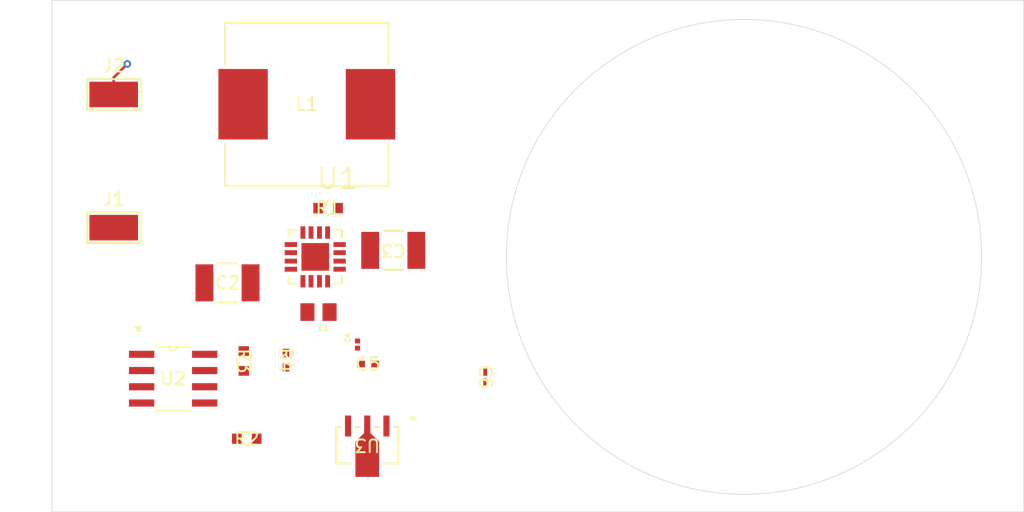
<source format=kicad_pcb>
(kicad_pcb (version 20240108) (generator "pcbnew") (generator_version "8.0")
  (layers (0 "F.Cu" signal) (31 "B.Cu" signal) (34 "B.Paste" user) (35 "F.Paste" user) (36 "B.SilkS" user "B.Silkscreen") (37 "F.SilkS" user "F.Silkscreen") (38 "B.Mask" user) (39 "F.Mask" user) (44 "Edge.Cuts" user))
  (net 0 "")
  (net 1 "GND")
  (net 2 "/+9V")
  (net 3 "/+5V")
  (net 4 "Net-(U1-FB)")
  (net 5 "Net-(U2-THRES)")
  (net 6 "Net-(U2-CONT)")
  (net 7 "Net-(U1-SW)")
  (net 8 "Net-(U1-PG)")
  (net 9 "Net-(U2-OUT)")
  (net 10 "Net-(U2-DISCH)")
  (net 11 "/Coil_Low")
  (net 12 "Net-(U3-BASE)")
  (footprint "wireless-power-footprints:QFN65P400X400X100-17N" (layer "F.Cu") (at 131.826 76.962)
    (property "Reference" "U1" (at 1.75634 -6.13445 0) (layer "F.SilkS") (effects (font (size 1.643496 1.643496))))
    (property "Value" "TPS62112RSAR")
    (fp_line (start -2.0828 -2.0828) (end -2.0828 -1.4986) (stroke (width 0.1524)) (layer "F.SilkS"))
    (fp_line (start -2.0828 1.4986) (end -2.0828 2.0828) (stroke (width 0.1524)) (layer "F.SilkS"))
    (fp_line (start -2.0828 2.0828) (end -1.4986 2.0828) (stroke (width 0.1524)) (layer "F.SilkS"))
    (fp_line (start -1.4986 -2.0828) (end -2.0828 -2.0828) (stroke (width 0.1524)) (layer "F.SilkS"))
    (fp_line (start 1.4986 2.0828) (end 2.0828 2.0828) (stroke (width 0.1524)) (layer "F.SilkS"))
    (fp_line (start 2.0828 -2.0828) (end 1.4986 -2.0828) (stroke (width 0.1524)) (layer "F.SilkS"))
    (fp_line (start 2.0828 -1.4986) (end 2.0828 -2.0828) (stroke (width 0.1524)) (layer "F.SilkS"))
    (fp_line (start 2.0828 2.0828) (end 2.0828 1.4986) (stroke (width 0.1524)) (layer "F.SilkS"))
    (pad "1" smd rect (at -1.905 -0.9652 270) (size 0.381 0.9652) (layers "F.Cu" "F.Paste" "F.Mask") (net 1 "GND"))
    (pad "2" smd rect (at -1.905 -0.3302 270) (size 0.381 0.9652) (layers "F.Cu" "F.Paste" "F.Mask") (net 2 "/+9V"))
    (pad "3" smd rect (at -1.905 0.3302 270) (size 0.381 0.9652) (layers "F.Cu" "F.Paste" "F.Mask") (net 2 "/+9V"))
    (pad "4" smd rect (at -1.905 0.9652 270) (size 0.381 0.9652) (layers "F.Cu" "F.Paste" "F.Mask") (net 2 "/+9V"))
    (pad "5" smd rect (at -0.9652 1.905 180) (size 0.381 0.9652) (layers "F.Cu" "F.Paste" "F.Mask") (net 1 "GND"))
    (pad "6" smd rect (at -0.3302 1.905 180) (size 0.381 0.9652) (layers "F.Cu" "F.Paste" "F.Mask") (net 1 "GND"))
    (pad "7" smd rect (at 0.3302 1.905 180) (size 0.381 0.9652) (layers "F.Cu" "F.Paste" "F.Mask") (net 1 "GND"))
    (pad "8" smd rect (at 0.9652 1.905 180) (size 0.381 0.9652) (layers "F.Cu" "F.Paste" "F.Mask") (net 2 "/+9V"))
    (pad "9" smd rect (at 1.905 0.9652 270) (size 0.381 0.9652) (layers "F.Cu" "F.Paste" "F.Mask") (net 1 "GND"))
    (pad "10" smd rect (at 1.905 0.3302 270) (size 0.381 0.9652) (layers "F.Cu" "F.Paste" "F.Mask") (net 4 "Net-(U1-FB)"))
    (pad "11" smd rect (at 1.905 -0.3302 270) (size 0.381 0.9652) (layers "F.Cu" "F.Paste" "F.Mask") (net 1 "GND"))
    (pad "12" smd rect (at 1.905 -0.9652 270) (size 0.381 0.9652) (layers "F.Cu" "F.Paste" "F.Mask") (net 1 "GND"))
    (pad "13" smd rect (at 0.9652 -1.905 180) (size 0.381 0.9652) (layers "F.Cu" "F.Paste" "F.Mask") (net 8 "Net-(U1-PG)"))
    (pad "14" smd rect (at 0.3302 -1.905 180) (size 0.381 0.9652) (layers "F.Cu" "F.Paste" "F.Mask") (net 7 "Net-(U1-SW)"))
    (pad "15" smd rect (at -0.3302 -1.905 180) (size 0.381 0.9652) (layers "F.Cu" "F.Paste" "F.Mask") (net 7 "Net-(U1-SW)"))
    (pad "16" smd rect (at -0.9652 -1.905 180) (size 0.381 0.9652) (layers "F.Cu" "F.Paste" "F.Mask") (net 1 "GND"))
    (pad "17" smd rect (at 0 0) (size 2.159 2.159) (layers "F.Cu" "F.Paste" "F.Mask") (net 1 "GND"))
  )
  (footprint "wireless-power-footprints:RC0603N_YAG" (layer "F.Cu") (at 126.238 85.1027 -90)
    (property "Reference" "R3" (at 0 0 -90) (layer "F.SilkS"))
    (property "Value" "18k")
    (fp_line (start -0.08615 0.5334) (end 0.08615 0.5334) (stroke (width 0.1524)) (layer "F.SilkS"))
    (fp_line (start 0.08615 -0.5334) (end -0.08615 -0.5334) (stroke (width 0.1524)) (layer "F.SilkS"))
    (pad "1" smd rect (at -0.7747 0 270) (size 0.762 0.8128) (layers "F.Cu" "F.Paste" "F.Mask") (net 3 "/+5V"))
    (pad "2" smd rect (at 0.7747 0 270) (size 0.762 0.8128) (layers "F.Cu" "F.Paste" "F.Mask") (net 10 "Net-(U2-DISCH)"))
  )
  (footprint "wireless-power-footprints:RC0603N_YAG" (layer "F.Cu") (at 132.8293 73.152)
    (property "Reference" "R1" (at 0 0 0) (layer "F.SilkS"))
    (property "Value" "1M")
    (fp_line (start -0.08615 0.5334) (end 0.08615 0.5334) (stroke (width 0.1524)) (layer "F.SilkS"))
    (fp_line (start 0.08615 -0.5334) (end -0.08615 -0.5334) (stroke (width 0.1524)) (layer "F.SilkS"))
    (pad "1" smd rect (at -0.7747 0) (size 0.762 0.8128) (layers "F.Cu" "F.Paste" "F.Mask") (net 7 "Net-(U1-SW)"))
    (pad "2" smd rect (at 0.7747 0) (size 0.762 0.8128) (layers "F.Cu" "F.Paste" "F.Mask") (net 8 "Net-(U1-PG)"))
  )
  (footprint "wireless-power-footprints:G-033_MUR" (layer "F.Cu") (at 145.1102 86.36 -90)
    (property "Reference" "C6" (at 0 0 -90) (layer "F.SilkS"))
    (property "Value" "100nF")
    (pad "1" smd rect (at -0.381 0 270) (size 0.5588 0.3048) (layers "F.Cu" "F.Paste" "F.Mask") (net 3 "/+5V"))
    (pad "2" smd rect (at 0.381 0 270) (size 0.5588 0.3048) (layers "F.Cu" "F.Paste" "F.Mask") (net 11 "/Coil_Low"))
  )
  (footprint "wireless-power-footprints:G-155_MUR" (layer "F.Cu") (at 135.9535 85.344)
    (property "Reference" "C5" (at 0 0 0) (layer "F.SilkS"))
    (property "Value" "10nF")
    (pad "1" smd rect (at -0.5461 0) (size 0.6096 0.508) (layers "F.Cu" "F.Paste" "F.Mask") (net 6 "Net-(U2-CONT)"))
    (pad "2" smd rect (at 0.5461 0) (size 0.6096 0.508) (layers "F.Cu" "F.Paste" "F.Mask") (net 1 "GND"))
  )
  (footprint "wireless-power-footprints:RC0402N_YAG" (layer "F.Cu") (at 129.54 85.0392 -90)
    (property "Reference" "R4" (at 0 0 -90) (layer "F.SilkS"))
    (property "Value" "20k")
    (pad "1" smd rect (at -0.5588 0 270) (size 0.6604 0.508) (layers "F.Cu" "F.Paste" "F.Mask") (net 10 "Net-(U2-DISCH)"))
    (pad "2" smd rect (at 0.5588 0 270) (size 0.6604 0.508) (layers "F.Cu" "F.Paste" "F.Mask") (net 5 "Net-(U2-THRES)"))
  )
  (footprint "wireless-power-footprints:CAPC2012X135N" (layer "F.Cu") (at 132.08 81.28 180)
    (property "Reference" "C1" (at -0.41 -1.27 180) (layer "F.SilkS") (effects (font (size 0.393701 0.393701))))
    (property "Value" "1uF")
    (pad "1" smd rect (at -0.863 0 180) (size 1.1 1.38) (layers "F.Cu" "F.Paste" "F.Mask") (net 2 "/+9V"))
    (pad "2" smd rect (at 0.863 0 180) (size 1.1 1.38) (layers "F.Cu" "F.Paste" "F.Mask") (net 1 "GND"))
  )
  (footprint "TestPoint:TestPoint_Keystone_5019_Minature" (layer "F.Cu") (at 116.078 64.262)
    (property "Reference" "J2" (at 0 -2.25 0) (layer "F.SilkS"))
    (property "Value" "Screw_Terminal_01x01")
    (fp_line (start -2.1 -1.2) (end 2.1 -1.2) (stroke (width 0.15)) (layer "F.SilkS"))
    (fp_line (start -2.1 1.2) (end -2.1 -1.2) (stroke (width 0.15)) (layer "F.SilkS"))
    (fp_line (start 2.1 -1.2) (end 2.1 1.2) (stroke (width 0.15)) (layer "F.SilkS"))
    (fp_line (start 2.1 1.2) (end -2.1 1.2) (stroke (width 0.15)) (layer "F.SilkS"))
    (pad "1" smd rect (at 0 0) (size 3.8 2) (layers "F.Cu" "F.Paste" "F.Mask") (net 1 "GND"))
  )
  (footprint "wireless-power-footprints:D8" (layer "F.Cu") (at 120.7262 86.487)
    (property "Reference" "U2" (at 0 0 0) (layer "F.SilkS"))
    (property "Value" "NE555DR")
    (fp_line (start -1.373653 2.5019) (end 1.373653 2.5019) (stroke (width 0.1524)) (layer "F.SilkS"))
    (fp_line (start 1.373653 -2.5019) (end -1.373653 -2.5019) (stroke (width 0.1524)) (layer "F.SilkS"))
    (fp_arc (start 0.3048 -2.5019) (mid 0 -2.1971) (end -0.3048 -2.5019) (stroke (width 0.1524)) (layer "F.SilkS"))
    (fp_text user "*" (at -2.7178 -3.6068 0) (layer "F.SilkS"))
    (fp_text user "*" (at -2.7178 -3.6068 0) (layer "F.SilkS"))
    (pad "1" smd rect (at -2.4638 -1.905) (size 1.9812 0.5588) (layers "F.Cu" "F.Paste" "F.Mask") (net 1 "GND"))
    (pad "2" smd rect (at -2.4638 -0.635) (size 1.9812 0.5588) (layers "F.Cu" "F.Paste" "F.Mask") (net 5 "Net-(U2-THRES)"))
    (pad "3" smd rect (at -2.4638 0.635) (size 1.9812 0.5588) (layers "F.Cu" "F.Paste" "F.Mask") (net 9 "Net-(U2-OUT)"))
    (pad "4" smd rect (at -2.4638 1.905) (size 1.9812 0.5588) (layers "F.Cu" "F.Paste" "F.Mask") (net 3 "/+5V"))
    (pad "5" smd rect (at 2.4638 1.905) (size 1.9812 0.5588) (layers "F.Cu" "F.Paste" "F.Mask") (net 6 "Net-(U2-CONT)"))
    (pad "6" smd rect (at 2.4638 0.635) (size 1.9812 0.5588) (layers "F.Cu" "F.Paste" "F.Mask") (net 5 "Net-(U2-THRES)"))
    (pad "7" smd rect (at 2.4638 -0.635) (size 1.9812 0.5588) (layers "F.Cu" "F.Paste" "F.Mask") (net 10 "Net-(U2-DISCH)"))
    (pad "8" smd rect (at 2.4638 -1.905) (size 1.9812 0.5588) (layers "F.Cu" "F.Paste" "F.Mask") (net 3 "/+5V"))
  )
  (footprint "wireless-power-footprints:CAPC0603X33N" (layer "F.Cu") (at 135.128 83.82 90)
    (property "Reference" "C4" (at 0.53 -0.76 270) (layer "F.SilkS") (effects (font (size 0.393701 0.393701))))
    (property "Value" "40pF")
    (pad "1" smd rect (at -0.281 0 90) (size 0.38 0.4) (layers "F.Cu" "F.Paste" "F.Mask") (net 5 "Net-(U2-THRES)"))
    (pad "2" smd rect (at 0.281 0 90) (size 0.38 0.4) (layers "F.Cu" "F.Paste" "F.Mask") (net 1 "GND"))
  )
  (footprint "wireless-power-footprints:CAP_C3225-250_TDK" (layer "F.Cu") (at 124.968 78.994)
    (property "Reference" "C2" (at 0 0 0) (layer "F.SilkS"))
    (property "Value" "10uF")
    (fp_line (start -0.781003 1.524) (end 0.781003 1.524) (stroke (width 0.1524)) (layer "F.SilkS"))
    (fp_line (start 0.781003 -1.524) (end -0.781003 -1.524) (stroke (width 0.1524)) (layer "F.SilkS"))
    (pad "1" smd rect (at -1.8034 0) (size 1.397 2.8956) (layers "F.Cu" "F.Paste" "F.Mask") (net 2 "/+9V"))
    (pad "2" smd rect (at 1.8034 0) (size 1.397 2.8956) (layers "F.Cu" "F.Paste" "F.Mask") (net 1 "GND"))
  )
  (footprint "TestPoint:TestPoint_Keystone_5019_Minature" (layer "F.Cu") (at 116.078 74.676)
    (property "Reference" "J1" (at 0 -2.25 0) (layer "F.SilkS"))
    (property "Value" "Screw_Terminal_01x01")
    (fp_line (start -2.1 -1.2) (end 2.1 -1.2) (stroke (width 0.15)) (layer "F.SilkS"))
    (fp_line (start -2.1 1.2) (end -2.1 -1.2) (stroke (width 0.15)) (layer "F.SilkS"))
    (fp_line (start 2.1 -1.2) (end 2.1 1.2) (stroke (width 0.15)) (layer "F.SilkS"))
    (fp_line (start 2.1 1.2) (end -2.1 1.2) (stroke (width 0.15)) (layer "F.SilkS"))
    (pad "1" smd rect (at 0 0) (size 3.8 2) (layers "F.Cu" "F.Paste" "F.Mask") (net 2 "/+9V"))
  )
  (footprint "wireless-power-footprints:CAP_C3225-250_TDK" (layer "F.Cu") (at 137.922 76.454 180)
    (property "Reference" "C3" (at 0 0 180) (layer "F.SilkS"))
    (property "Value" "22uF")
    (fp_line (start 0.781003 -1.524) (end -0.781003 -1.524) (stroke (width 0.1524)) (layer "F.SilkS"))
    (fp_line (start -0.781003 1.524) (end 0.781003 1.524) (stroke (width 0.1524)) (layer "F.SilkS"))
    (pad "1" smd rect (at -1.8034 0 180) (size 1.397 2.8956) (layers "F.Cu" "F.Paste" "F.Mask") (net 3 "/+5V"))
    (pad "2" smd rect (at 1.8034 0 180) (size 1.397 2.8956) (layers "F.Cu" "F.Paste" "F.Mask") (net 4 "Net-(U1-FB)"))
  )
  (footprint "wireless-power-footprints:RC0603N_PAN" (layer "F.Cu") (at 126.476201 91.186)
    (property "Reference" "R2" (at 0 0 0) (layer "F.SilkS"))
    (property "Value" "120")
    (fp_line (start -0.092449 0.526999) (end 0.092449 0.526999) (stroke (width 0.1524)) (layer "F.SilkS"))
    (fp_line (start 0.092449 -0.526999) (end -0.092449 -0.526999) (stroke (width 0.1524)) (layer "F.SilkS"))
    (pad "1" smd rect (at -0.777799 0) (size 0.755599 0.799998) (layers "F.Cu" "F.Paste" "F.Mask") (net 9 "Net-(U2-OUT)"))
    (pad "2" smd rect (at 0.777799 0) (size 0.755599 0.799998) (layers "F.Cu" "F.Paste" "F.Mask") (net 12 "Net-(U3-BASE)"))
  )
  (footprint "wireless-power-footprints:DR125" (layer "F.Cu") (at 131.1656 65.024)
    (property "Reference" "L1" (at 0 0 0) (layer "F.SilkS"))
    (property "Value" "6.8uH")
    (fp_line (start -6.3754 -6.3754) (end -6.3754 -3.08864) (stroke (width 0.1524)) (layer "F.SilkS"))
    (fp_line (start -6.3754 3.08864) (end -6.3754 6.3754) (stroke (width 0.1524)) (layer "F.SilkS"))
    (fp_line (start -6.3754 6.3754) (end 6.3754 6.3754) (stroke (width 0.1524)) (layer "F.SilkS"))
    (fp_line (start 6.3754 -6.3754) (end -6.3754 -6.3754) (stroke (width 0.1524)) (layer "F.SilkS"))
    (fp_line (start 6.3754 -3.08864) (end 6.3754 -6.3754) (stroke (width 0.1524)) (layer "F.SilkS"))
    (fp_line (start 6.3754 6.3754) (end 6.3754 3.08864) (stroke (width 0.1524)) (layer "F.SilkS"))
    (pad "1" smd rect (at -4.9784 0) (size 3.8608 5.5118) (layers "F.Cu" "F.Paste" "F.Mask") (net 7 "Net-(U1-SW)"))
    (pad "2" smd rect (at 4.9784 0) (size 3.8608 5.5118) (layers "F.Cu" "F.Paste" "F.Mask") (net 3 "/+5V"))
  )
  (footprint "wireless-power-footprints:SOT89_NXP" (layer "F.Cu") (at 135.89 91.694 180)
    (property "Reference" "U3" (at 0 0 180) (layer "F.SilkS"))
    (property "Value" "PBSS4480X")
    (fp_poly (pts (xy -0.2413 1.2954) (xy -0.2413 0.9525) (xy -0.9271 0.2921) (xy -0.9271 -2.4765) (xy -0.47625 -2.4765) (xy 0.47625 -2.4765) (xy 0.9271 -2.4765) (xy 0.9271 0.2921) (xy 0.2413 0.9525) (xy 0.2413 1.2954)) (fill solid) (layer "F.Cu"))
    (fp_line (start 2.4257 1.4224) (end 2.4257 -1.4224) (stroke (width 0.1524)) (layer "F.SilkS"))
    (fp_line (start 2.4257 -1.4224) (end 1.25984 -1.4224) (stroke (width 0.1524)) (layer "F.SilkS"))
    (fp_line (start 2.07404 1.4224) (end 2.4257 1.4224) (stroke (width 0.1524)) (layer "F.SilkS"))
    (fp_line (start 0.57404 1.4224) (end 0.92596 1.4224) (stroke (width 0.1524)) (layer "F.SilkS"))
    (fp_line (start -0.92596 1.4224) (end -0.57404 1.4224) (stroke (width 0.1524)) (layer "F.SilkS"))
    (fp_line (start -1.25984 -1.4224) (end -2.4257 -1.4224) (stroke (width 0.1524)) (layer "F.SilkS"))
    (fp_line (start -2.4257 1.4224) (end -2.07404 1.4224) (stroke (width 0.1524)) (layer "F.SilkS"))
    (fp_line (start -2.4257 -1.4224) (end -2.4257 1.4224) (stroke (width 0.1524)) (layer "F.SilkS"))
    (fp_circle (center -3.5687 2.1209) (end -3.4417 2.1209) (stroke (width 0.1524)) (fill none) (layer "F.SilkS"))
    (pad "1" smd rect (at -1.5 1.50495 180) (size 0.4826 1.6383) (layers "F.Cu" "F.Paste" "F.Mask") (net 1 "GND"))
    (pad "2" smd rect (at 0 1.50495 180) (size 0.4826 1.6383) (layers "F.Cu" "F.Paste" "F.Mask") (net 11 "/Coil_Low"))
    (pad "3" smd rect (at 1.5 1.50495 180) (size 0.4826 1.6383) (layers "F.Cu" "F.Paste" "F.Mask") (net 12 "Net-(U3-BASE)"))
  )
  (gr_circle (center 165.326186 76.962) (end 177.264186 91.186) (stroke (width 0.05)) (fill none) (layer "Edge.Cuts"))
  (gr_rect (start 111.252 56.896) (end 187.188 96.896) (stroke (width 0.05)) (fill none) (layer "Edge.Cuts"))
  (segment (start 116.078 62.934684) (end 117.140456 61.872228) (width 0.2) (layer "F.Cu") (net 1))
  (segment (start 116.078 64.262) (end 116.078 62.934684) (width 0.2) (layer "F.Cu") (net 1))
  (via (at 117.140456 61.872228) (size 0.6) (drill 0.3) (layers "F.Cu" "B.Cu") (net 1))
)
</source>
